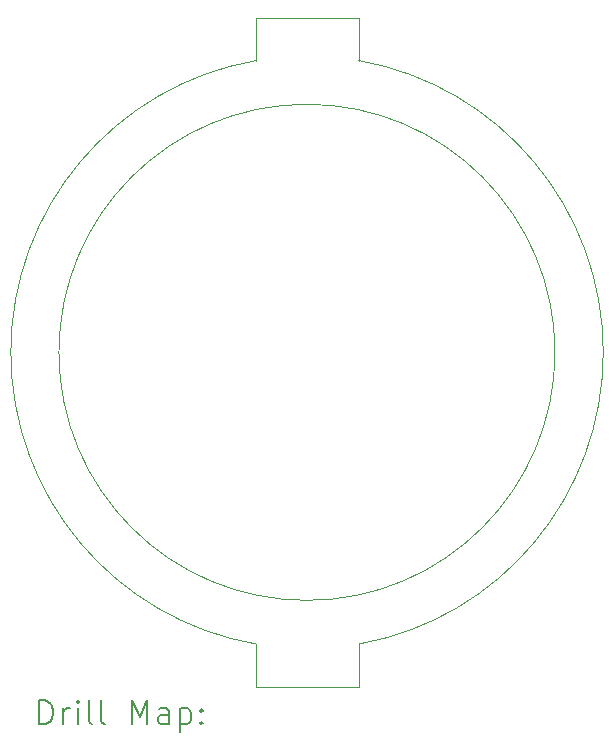
<source format=gbr>
%TF.GenerationSoftware,KiCad,Pcbnew,7.0.2-6a45011f42~172~ubuntu22.04.1*%
%TF.CreationDate,2023-05-13T10:54:32-06:00*%
%TF.ProjectId,ring-50mm,72696e67-2d35-4306-9d6d-2e6b69636164,rev?*%
%TF.SameCoordinates,Original*%
%TF.FileFunction,Drillmap*%
%TF.FilePolarity,Positive*%
%FSLAX45Y45*%
G04 Gerber Fmt 4.5, Leading zero omitted, Abs format (unit mm)*
G04 Created by KiCad (PCBNEW 7.0.2-6a45011f42~172~ubuntu22.04.1) date 2023-05-13 10:54:32*
%MOMM*%
%LPD*%
G01*
G04 APERTURE LIST*
%ADD10C,0.100000*%
%ADD11C,0.200000*%
G04 APERTURE END LIST*
D10*
X15570000Y-12080000D02*
X14700000Y-12080000D01*
X15570000Y-11720000D02*
X15570000Y-12080000D01*
X15570000Y-11720000D02*
G75*
G03*
X15570000Y-6780000I-440000J2470000D01*
G01*
X14700000Y-12080000D02*
X14700000Y-11720000D01*
X15570000Y-6420000D02*
X15570000Y-6780000D01*
X14700000Y-6780000D02*
X14700000Y-6420000D01*
X14700000Y-6780000D02*
G75*
G03*
X14700000Y-11720000I430000J-2470000D01*
G01*
X14700000Y-6420000D02*
X15570000Y-6420000D01*
X17230000Y-9250000D02*
G75*
G03*
X17230000Y-9250000I-2100000J0D01*
G01*
D11*
X12865469Y-12397524D02*
X12865469Y-12197524D01*
X12865469Y-12197524D02*
X12913088Y-12197524D01*
X12913088Y-12197524D02*
X12941660Y-12207048D01*
X12941660Y-12207048D02*
X12960707Y-12226095D01*
X12960707Y-12226095D02*
X12970231Y-12245143D01*
X12970231Y-12245143D02*
X12979755Y-12283238D01*
X12979755Y-12283238D02*
X12979755Y-12311809D01*
X12979755Y-12311809D02*
X12970231Y-12349905D01*
X12970231Y-12349905D02*
X12960707Y-12368952D01*
X12960707Y-12368952D02*
X12941660Y-12388000D01*
X12941660Y-12388000D02*
X12913088Y-12397524D01*
X12913088Y-12397524D02*
X12865469Y-12397524D01*
X13065469Y-12397524D02*
X13065469Y-12264190D01*
X13065469Y-12302286D02*
X13074993Y-12283238D01*
X13074993Y-12283238D02*
X13084517Y-12273714D01*
X13084517Y-12273714D02*
X13103564Y-12264190D01*
X13103564Y-12264190D02*
X13122612Y-12264190D01*
X13189279Y-12397524D02*
X13189279Y-12264190D01*
X13189279Y-12197524D02*
X13179755Y-12207048D01*
X13179755Y-12207048D02*
X13189279Y-12216571D01*
X13189279Y-12216571D02*
X13198803Y-12207048D01*
X13198803Y-12207048D02*
X13189279Y-12197524D01*
X13189279Y-12197524D02*
X13189279Y-12216571D01*
X13313088Y-12397524D02*
X13294041Y-12388000D01*
X13294041Y-12388000D02*
X13284517Y-12368952D01*
X13284517Y-12368952D02*
X13284517Y-12197524D01*
X13417850Y-12397524D02*
X13398803Y-12388000D01*
X13398803Y-12388000D02*
X13389279Y-12368952D01*
X13389279Y-12368952D02*
X13389279Y-12197524D01*
X13646422Y-12397524D02*
X13646422Y-12197524D01*
X13646422Y-12197524D02*
X13713088Y-12340381D01*
X13713088Y-12340381D02*
X13779755Y-12197524D01*
X13779755Y-12197524D02*
X13779755Y-12397524D01*
X13960707Y-12397524D02*
X13960707Y-12292762D01*
X13960707Y-12292762D02*
X13951184Y-12273714D01*
X13951184Y-12273714D02*
X13932136Y-12264190D01*
X13932136Y-12264190D02*
X13894041Y-12264190D01*
X13894041Y-12264190D02*
X13874993Y-12273714D01*
X13960707Y-12388000D02*
X13941660Y-12397524D01*
X13941660Y-12397524D02*
X13894041Y-12397524D01*
X13894041Y-12397524D02*
X13874993Y-12388000D01*
X13874993Y-12388000D02*
X13865469Y-12368952D01*
X13865469Y-12368952D02*
X13865469Y-12349905D01*
X13865469Y-12349905D02*
X13874993Y-12330857D01*
X13874993Y-12330857D02*
X13894041Y-12321333D01*
X13894041Y-12321333D02*
X13941660Y-12321333D01*
X13941660Y-12321333D02*
X13960707Y-12311809D01*
X14055945Y-12264190D02*
X14055945Y-12464190D01*
X14055945Y-12273714D02*
X14074993Y-12264190D01*
X14074993Y-12264190D02*
X14113088Y-12264190D01*
X14113088Y-12264190D02*
X14132136Y-12273714D01*
X14132136Y-12273714D02*
X14141660Y-12283238D01*
X14141660Y-12283238D02*
X14151184Y-12302286D01*
X14151184Y-12302286D02*
X14151184Y-12359428D01*
X14151184Y-12359428D02*
X14141660Y-12378476D01*
X14141660Y-12378476D02*
X14132136Y-12388000D01*
X14132136Y-12388000D02*
X14113088Y-12397524D01*
X14113088Y-12397524D02*
X14074993Y-12397524D01*
X14074993Y-12397524D02*
X14055945Y-12388000D01*
X14236898Y-12378476D02*
X14246422Y-12388000D01*
X14246422Y-12388000D02*
X14236898Y-12397524D01*
X14236898Y-12397524D02*
X14227374Y-12388000D01*
X14227374Y-12388000D02*
X14236898Y-12378476D01*
X14236898Y-12378476D02*
X14236898Y-12397524D01*
X14236898Y-12273714D02*
X14246422Y-12283238D01*
X14246422Y-12283238D02*
X14236898Y-12292762D01*
X14236898Y-12292762D02*
X14227374Y-12283238D01*
X14227374Y-12283238D02*
X14236898Y-12273714D01*
X14236898Y-12273714D02*
X14236898Y-12292762D01*
M02*

</source>
